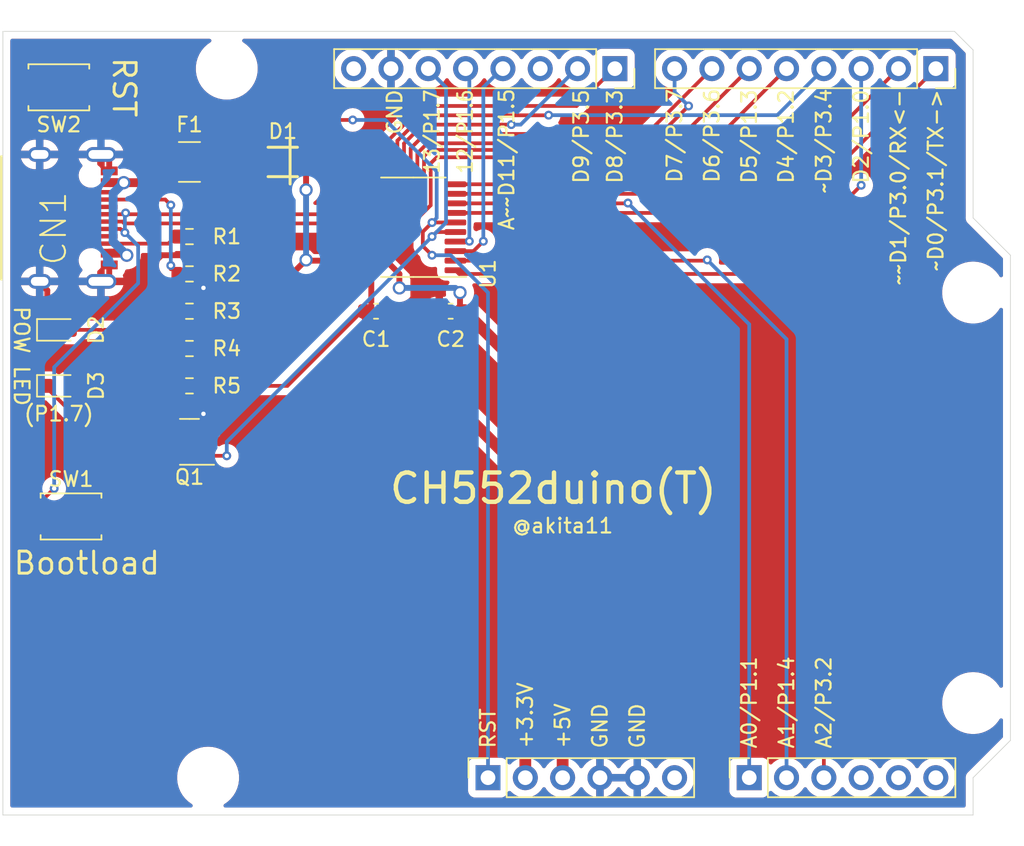
<source format=kicad_pcb>
(kicad_pcb (version 20211014) (generator pcbnew)
  (layers (0 "F.Cu" signal) (31 "B.Cu" signal) (34 "B.Paste" user) (35 "F.Paste" user) (36 "B.SilkS" user "B.Silkscreen") (37 "F.SilkS" user "F.Silkscreen") (38 "B.Mask" user) (39 "F.Mask" user) (44 "Edge.Cuts" user))
  (net 0 "")
  (net 1 "+3V3")
  (net 2 "GND")
  (net 3 "+5V")
  (net 4 "Net-(CN1-PadA4)")
  (net 6 "Net-(CN1-PadA5)")
  (net 7 "/P3.7")
  (net 8 "/P3.6")
  (net 10 "Net-(CN1-PadB5)")
  (net 11 "Net-(D1-PadA)")
  (net 12 "Net-(D2-Pad2)")
  (net 13 "Net-(D3-Pad1)")
  (net 14 "Net-(D3-Pad2)")
  (net 15 "/RST")
  (net 17 "/P1.1")
  (net 18 "/P1.4")
  (net 19 "/P3.2")
  (net 23 "/P3.1")
  (net 24 "/P3.0")
  (net 25 "/P1.0")
  (net 26 "/P3.4")
  (net 27 "/P1.2")
  (net 28 "/P1.3")
  (net 29 "/P3.3")
  (net 30 "/P3.5")
  (net 32 "/P1.5")
  (net 33 "/P1.6")
  (net 34 "/P1.7")
  (net 36 "Net-(R5-Pad2)")
  (footprint "Button_Switch_SMD:SW_Push_SPST_NO_Alps_SKRK" (layer "F.Cu") (at 3.81 3.81 180)
    (fp_text reference "SW2" (at 0 -2.54) (layer "F.SilkS"))
    (fp_text value "SW_Push")
    (fp_line (start 2.07 1.27) (end 2.07 1.57) (layer "F.SilkS") (width 0.12))
    (fp_line (start 2.07 -1.57) (end 2.07 -1.27) (layer "F.SilkS") (width 0.12))
    (fp_line (start -2.07 -1.57) (end 2.07 -1.57) (layer "F.SilkS") (width 0.12))
    (fp_line (start -2.07 1.57) (end -2.07 1.27) (layer "F.SilkS") (width 0.12))
    (fp_line (start -2.07 -1.27) (end -2.07 -1.57) (layer "F.SilkS") (width 0.12))
    (fp_line (start 2.07 1.57) (end -2.07 1.57) (layer "F.SilkS") (width 0.12))
    (pad "1" smd roundrect locked (at -2.1 0 180) (size 0.8 2) (layers "F.Cu" "F.Paste" "F.Mask") (net 15 "/RST"))
    (pad "2" smd roundrect locked (at 2.1 0 180) (size 0.8 2) (layers "F.Cu" "F.Paste" "F.Mask") (net 3 "+5V"))
  )
  (footprint "Capacitor_SMD:C_0603_1608Metric" (layer "F.Cu") (at 30.48 19.05 180)
    (fp_text reference "C2" (at 0 -1.905) (layer "F.SilkS"))
    (fp_text value "0.1u")
    (fp_line (start -0.14058 -0.51) (end 0.14058 -0.51) (layer "F.SilkS") (width 0.12))
    (fp_line (start -0.14058 0.51) (end 0.14058 0.51) (layer "F.SilkS") (width 0.12))
    (pad "1" smd roundrect locked (at -0.775 0 180) (size 0.9 0.95) (layers "F.Cu" "F.Paste" "F.Mask") (net 3 "+5V"))
    (pad "2" smd roundrect locked (at 0.775 0 180) (size 0.9 0.95) (layers "F.Cu" "F.Paste" "F.Mask") (net 2 "GND"))
  )
  (footprint "Connector_PinSocket_2.54mm:PinSocket_1x08_P2.54mm_Vertical" (layer "F.Cu") (at 41.656 2.54 -90)
    (fp_text reference "J4" hide)
    (fp_text value "Conn_01x08")
    (fp_line (start 0 -1.33) (end 1.33 -1.33) (layer "F.SilkS") (width 0.12))
    (fp_line (start 1.33 1.27) (end 1.33 19.11) (layer "F.SilkS") (width 0.12))
    (fp_line (start -1.33 1.27) (end 1.33 1.27) (layer "F.SilkS") (width 0.12))
    (fp_line (start -1.33 19.11) (end 1.33 19.11) (layer "F.SilkS") (width 0.12))
    (fp_line (start -1.33 1.27) (end -1.33 19.11) (layer "F.SilkS") (width 0.12))
    (fp_line (start 1.33 -1.33) (end 1.33 0) (layer "F.SilkS") (width 0.12))
    (pad "1" thru_hole rect locked (at 0 0 270) (size 1.7 1.7) (drill 1) (layers *.Cu *.Mask) (net 29 "/P3.3"))
    (pad "2" thru_hole oval locked (at 0 2.54 270) (size 1.7 1.7) (drill 1) (layers *.Cu *.Mask) (net 30 "/P3.5"))
    (pad "3" thru_hole oval locked (at 0 5.08 270) (size 1.7 1.7) (drill 1) (layers *.Cu *.Mask))
    (pad "4" thru_hole oval locked (at 0 7.62 270) (size 1.7 1.7) (drill 1) (layers *.Cu *.Mask) (net 32 "/P1.5"))
    (pad "5" thru_hole oval locked (at 0 10.16 270) (size 1.7 1.7) (drill 1) (layers *.Cu *.Mask) (net 33 "/P1.6"))
    (pad "6" thru_hole oval locked (at 0 12.7 270) (size 1.7 1.7) (drill 1) (layers *.Cu *.Mask) (net 34 "/P1.7"))
    (pad "7" thru_hole oval locked (at 0 15.24 270) (size 1.7 1.7) (drill 1) (layers *.Cu *.Mask) (net 2 "GND"))
    (pad "8" thru_hole oval locked (at 0 17.78 270) (size 1.7 1.7) (drill 1) (layers *.Cu *.Mask))
  )
  (footprint "MountingHole:MountingHole_3.2mm_M3" (layer "F.Cu") (at 13.97 50.8)
    (fp_text reference "REF**" hide)
    (fp_text value "MountingHole_3.2mm_M3" hide)
    (pad "" np_thru_hole circle locked (at 0 0) (size 3.2 3.2) (drill 3.2) (layers *.Cu *.Mask))
  )
  (footprint "Connector_PinSocket_2.54mm:PinSocket_1x08_P2.54mm_Vertical" (layer "F.Cu") (at 63.5 2.54 -90)
    (fp_text reference "J3" hide)
    (fp_text value "Conn_01x08")
    (fp_line (start 0 -1.33) (end 1.33 -1.33) (layer "F.SilkS") (width 0.12))
    (fp_line (start -1.33 19.11) (end 1.33 19.11) (layer "F.SilkS") (width 0.12))
    (fp_line (start -1.33 1.27) (end -1.33 19.11) (layer "F.SilkS") (width 0.12))
    (fp_line (start -1.33 1.27) (end 1.33 1.27) (layer "F.SilkS") (width 0.12))
    (fp_line (start 1.33 1.27) (end 1.33 19.11) (layer "F.SilkS") (width 0.12))
    (fp_line (start 1.33 -1.33) (end 1.33 0) (layer "F.SilkS") (width 0.12))
    (pad "1" thru_hole rect locked (at 0 0 270) (size 1.7 1.7) (drill 1) (layers *.Cu *.Mask) (net 23 "/P3.1"))
    (pad "2" thru_hole oval locked (at 0 2.54 270) (size 1.7 1.7) (drill 1) (layers *.Cu *.Mask) (net 24 "/P3.0"))
    (pad "3" thru_hole oval locked (at 0 5.08 270) (size 1.7 1.7) (drill 1) (layers *.Cu *.Mask) (net 25 "/P1.0"))
    (pad "4" thru_hole oval locked (at 0 7.62 270) (size 1.7 1.7) (drill 1) (layers *.Cu *.Mask) (net 26 "/P3.4"))
    (pad "5" thru_hole oval locked (at 0 10.16 270) (size 1.7 1.7) (drill 1) (layers *.Cu *.Mask) (net 27 "/P1.2"))
    (pad "6" thru_hole oval locked (at 0 12.7 270) (size 1.7 1.7) (drill 1) (layers *.Cu *.Mask) (net 28 "/P1.3"))
    (pad "7" thru_hole oval locked (at 0 15.24 270) (size 1.7 1.7) (drill 1) (layers *.Cu *.Mask) (net 8 "/P3.6"))
    (pad "8" thru_hole oval locked (at 0 17.78 270) (size 1.7 1.7) (drill 1) (layers *.Cu *.Mask) (net 7 "/P3.7"))
  )
  (footprint "Capacitor_SMD:C_0603_1608Metric" (layer "F.Cu") (at 25.4 19.05)
    (fp_text reference "C1" (at 0 1.905) (layer "F.SilkS"))
    (fp_text value "0.1u")
    (fp_line (start -0.14058 -0.51) (end 0.14058 -0.51) (layer "F.SilkS") (width 0.12))
    (fp_line (start -0.14058 0.51) (end 0.14058 0.51) (layer "F.SilkS") (width 0.12))
    (pad "1" smd roundrect locked (at -0.775 0) (size 0.9 0.95) (layers "F.Cu" "F.Paste" "F.Mask") (net 1 "+3V3"))
    (pad "2" smd roundrect locked (at 0.775 0) (size 0.9 0.95) (layers "F.Cu" "F.Paste" "F.Mask") (net 2 "GND"))
  )
  (footprint "Package_TO_SOT_SMD:SOT-23" (layer "F.Cu") (at 12.7 27.94 180)
    (fp_text reference "Q1" (at 0 -2.4) (layer "F.SilkS"))
    (fp_text value "TR_NMOS_IRLML6344")
    (fp_line (start 0 1.56) (end 0.65 1.56) (layer "F.SilkS") (width 0.12))
    (fp_line (start 0 -1.56) (end -1.675 -1.56) (layer "F.SilkS") (width 0.12))
    (fp_line (start 0 -1.56) (end 0.65 -1.56) (layer "F.SilkS") (width 0.12))
    (fp_line (start 0 1.56) (end -0.65 1.56) (layer "F.SilkS") (width 0.12))
    (pad "1" smd roundrect locked (at -0.9375 -0.95 180) (size 1.475 0.6) (layers "F.Cu" "F.Paste" "F.Mask") (net 34 "/P1.7"))
    (pad "2" smd roundrect locked (at -0.9375 0.95 180) (size 1.475 0.6) (layers "F.Cu" "F.Paste" "F.Mask") (net 2 "GND"))
    (pad "3" smd roundrect locked (at 0.9375 0 180) (size 1.475 0.6) (layers "F.Cu" "F.Paste" "F.Mask") (net 13 "Net-(D3-Pad1)"))
  )
  (footprint "Resistor_SMD:R_1210_3225Metric" (layer "F.Cu") (at 12.7 8.89 180)
    (fp_text reference "F1" (at 0 2.54) (layer "F.SilkS"))
    (fp_text value "Polyfuse")
    (fp_line (start -0.723737 1.355) (end 0.723737 1.355) (layer "F.SilkS") (width 0.12))
    (fp_line (start -0.723737 -1.355) (end 0.723737 -1.355) (layer "F.SilkS") (width 0.12))
    (pad "1" smd roundrect locked (at -1.4625 0 180) (size 1.125 2.65) (layers "F.Cu" "F.Paste" "F.Mask") (roundrect_rratio 0.2222222222) (net 11 "Net-(D1-PadA)"))
    (pad "2" smd roundrect locked (at 1.4625 0 180) (size 1.125 2.65) (layers "F.Cu" "F.Paste" "F.Mask") (roundrect_rratio 0.2222222222) (net 4 "Net-(CN1-PadA4)"))
  )
  (footprint "Connector_PinSocket_2.54mm:PinSocket_1x06_P2.54mm_Vertical" (layer "F.Cu") (at 33.02 50.8 90)
    (fp_text reference "J1" hide)
    (fp_text value "Conn_01x06")
    (fp_line (start 1.33 -1.33) (end 1.33 0) (layer "F.SilkS") (width 0.12))
    (fp_line (start -1.33 14.03) (end 1.33 14.03) (layer "F.SilkS") (width 0.12))
    (fp_line (start -1.33 1.27) (end -1.33 14.03) (layer "F.SilkS") (width 0.12))
    (fp_line (start -1.33 1.27) (end 1.33 1.27) (layer "F.SilkS") (width 0.12))
    (fp_line (start 1.33 1.27) (end 1.33 14.03) (layer "F.SilkS") (width 0.12))
    (fp_line (start 0 -1.33) (end 1.33 -1.33) (layer "F.SilkS") (width 0.12))
    (pad "1" thru_hole rect locked (at 0 0 90) (size 1.7 1.7) (drill 1) (layers *.Cu *.Mask) (net 15 "/RST"))
    (pad "2" thru_hole oval locked (at 0 2.54 90) (size 1.7 1.7) (drill 1) (layers *.Cu *.Mask) (net 1 "+3V3"))
    (pad "3" thru_hole oval locked (at 0 5.08 90) (size 1.7 1.7) (drill 1) (layers *.Cu *.Mask) (net 3 "+5V"))
    (pad "4" thru_hole oval locked (at 0 7.62 90) (size 1.7 1.7) (drill 1) (layers *.Cu *.Mask) (net 2 "GND"))
    (pad "5" thru_hole oval locked (at 0 10.16 90) (size 1.7 1.7) (drill 1) (layers *.Cu *.Mask) (net 2 "GND"))
    (pad "6" thru_hole oval locked (at 0 12.7 90) (size 1.7 1.7) (drill 1) (layers *.Cu *.Mask))
  )
  (footprint "LED_SMD:LED_0603_1608Metric" (layer "F.Cu") (at 3.81 20.32)
    (fp_text reference "D2" (at 2.54 0 90) (layer "F.SilkS"))
    (fp_text value "LED")
    (fp_line (start 0.8 -0.735) (end -1.485 -0.735) (layer "F.SilkS") (width 0.12))
    (fp_line (start -1.485 -0.735) (end -1.485 0.735) (layer "F.SilkS") (width 0.12))
    (fp_line (start -1.485 0.735) (end 0.8 0.735) (layer "F.SilkS") (width 0.12))
    (pad "1" smd roundrect locked (at -0.7875 0) (size 0.875 0.95) (layers "F.Cu" "F.Paste" "F.Mask") (net 2 "GND"))
    (pad "2" smd roundrect locked (at 0.7875 0) (size 0.875 0.95) (layers "F.Cu" "F.Paste" "F.Mask") (net 12 "Net-(D2-Pad2)"))
  )
  (footprint "MountingHole:MountingHole_3.2mm_M3" (layer "F.Cu") (at 66.04 45.72)
    (fp_text reference "REF**" hide)
    (fp_text value "MountingHole_3.2mm_M3" hide)
    (pad "" np_thru_hole circle locked (at 0 0) (size 3.2 3.2) (drill 3.2) (layers *.Cu *.Mask))
  )
  (footprint "MountingHole:MountingHole_3.2mm_M3" (layer "F.Cu") (at 15.24 2.54)
    (fp_text reference "REF**" hide)
    (fp_text value "MountingHole_3.2mm_M3" hide)
    (pad "" np_thru_hole circle locked (at 0 0) (size 3.2 3.2) (drill 3.2) (layers *.Cu *.Mask))
  )
  (footprint "Resistor_SMD:R_0603_1608Metric" (layer "F.Cu") (at 12.7 21.59 180)
    (fp_text reference "R4" (at -2.54 0) (layer "F.SilkS"))
    (fp_text value "1k")
    (fp_line (start -0.237258 -0.5225) (end 0.237258 -0.5225) (layer "F.SilkS") (width 0.12))
    (fp_line (start -0.237258 0.5225) (end 0.237258 0.5225) (layer "F.SilkS") (width 0.12))
    (pad "1" smd roundrect locked (at -0.825 0 180) (size 0.8 0.95) (layers "F.Cu" "F.Paste" "F.Mask") (net 3 "+5V"))
    (pad "2" smd roundrect locked (at 0.825 0 180) (size 0.8 0.95) (layers "F.Cu" "F.Paste" "F.Mask") (net 14 "Net-(D3-Pad2)"))
  )
  (footprint "LED_SMD:LED_0603_1608Metric" (layer "F.Cu") (at 3.81 24.13)
    (fp_text reference "D3" (at 2.54 0 90) (layer "F.SilkS"))
    (fp_text value "LED")
    (fp_line (start 0.8 -0.735) (end -1.485 -0.735) (layer "F.SilkS") (width 0.12))
    (fp_line (start -1.485 -0.735) (end -1.485 0.735) (layer "F.SilkS") (width 0.12))
    (fp_line (start -1.485 0.735) (end 0.8 0.735) (layer "F.SilkS") (width 0.12))
    (pad "1" smd roundrect locked (at -0.7875 0) (size 0.875 0.95) (layers "F.Cu" "F.Paste" "F.Mask") (net 13 "Net-(D3-Pad1)"))
    (pad "2" smd roundrect locked (at 0.7875 0) (size 0.875 0.95) (layers "F.Cu" "F.Paste" "F.Mask") (net 14 "Net-(D3-Pad2)"))
  )
  (footprint "Resistor_SMD:R_0603_1608Metric" (layer "F.Cu") (at 12.7 24.13 180)
    (fp_text reference "R5" (at -2.54 0) (layer "F.SilkS"))
    (fp_text value "10k")
    (fp_line (start -0.237258 -0.5225) (end 0.237258 -0.5225) (layer "F.SilkS") (width 0.12))
    (fp_line (start -0.237258 0.5225) (end 0.237258 0.5225) (layer "F.SilkS") (width 0.12))
    (pad "1" smd roundrect locked (at -0.825 0 180) (size 0.8 0.95) (layers "F.Cu" "F.Paste" "F.Mask") (net 1 "+3V3"))
    (pad "2" smd roundrect locked (at 0.825 0 180) (size 0.8 0.95) (layers "F.Cu" "F.Paste" "F.Mask") (net 36 "Net-(R5-Pad2)"))
  )
  (footprint "Button_Switch_SMD:SW_Push_SPST_NO_Alps_SKRK" (layer "F.Cu") (at 4.64 33.02)
    (fp_text reference "SW1" (at 0 -2.54) (layer "F.SilkS"))
    (fp_text value "SW_Push")
    (fp_line (start -2.07 1.57) (end -2.07 1.27) (layer "F.SilkS") (width 0.12))
    (fp_line (start 2.07 1.27) (end 2.07 1.57) (layer "F.SilkS") (width 0.12))
    (fp_line (start -2.07 -1.57) (end 2.07 -1.57) (layer "F.SilkS") (width 0.12))
    (fp_line (start -2.07 -1.27) (end -2.07 -1.57) (layer "F.SilkS") (width 0.12))
    (fp_line (start 2.07 -1.57) (end 2.07 -1.27) (layer "F.SilkS") (width 0.12))
    (fp_line (start 2.07 1.57) (end -2.07 1.57) (layer "F.SilkS") (width 0.12))
    (pad "1" smd roundrect locked (at -2.1 0) (size 0.8 2) (layers "F.Cu" "F.Paste" "F.Mask") (net 8 "/P3.6"))
    (pad "2" smd roundrect locked (at 2.1 0) (size 0.8 2) (layers "F.Cu" "F.Paste" "F.Mask") (net 36 "Net-(R5-Pad2)"))
  )
  (footprint "Resistor_SMD:R_0603_1608Metric" (layer "F.Cu") (at 12.7 13.97)
    (fp_text reference "R1" (at 2.54 0) (layer "F.SilkS"))
    (fp_text value "5.1k")
    (fp_line (start -0.237258 -0.5225) (end 0.237258 -0.5225) (layer "F.SilkS") (width 0.12))
    (fp_line (start -0.237258 0.5225) (end 0.237258 0.5225) (layer "F.SilkS") (width 0.12))
    (pad "1" smd roundrect locked (at -0.825 0) (size 0.8 0.95) (layers "F.Cu" "F.Paste" "F.Mask") (net 10 "Net-(CN1-PadB5)"))
    (pad "2" smd roundrect locked (at 0.825 0) (size 0.8 0.95) (layers "F.Cu" "F.Paste" "F.Mask") (net 2 "GND"))
  )
  (footprint "Resistor_SMD:R_0603_1608Metric" (layer "F.Cu") (at 12.7 19.05)
    (fp_text reference "R3" (at 2.54 0) (layer "F.SilkS"))
    (fp_text value "1k")
    (fp_line (start -0.237258 -0.5225) (end 0.237258 -0.5225) (layer "F.SilkS") (width 0.12))
    (fp_line (start -0.237258 0.5225) (end 0.237258 0.5225) (layer "F.SilkS") (width 0.12))
    (pad "1" smd roundrect locked (at -0.825 0) (size 0.8 0.95) (layers "F.Cu" "F.Paste" "F.Mask") (net 12 "Net-(D2-Pad2)"))
    (pad "2" smd roundrect locked (at 0.825 0) (size 0.8 0.95) (layers "F.Cu" "F.Paste" "F.Mask") (net 3 "+5V"))
  )
  (footprint "akita:USB-C_16P_TH" (layer "F.Cu") (at 6.24 12.7 -90)
    (fp_text reference "CN1" (at -1.905 1.795 90) (layer "F.SilkS") (effects (font (size 1.6891 1.6891) (thickness 0.135128)) (justify right bottom)))
    (fp_text value "CON_USB-C-16" hide)
    (fp_line (start -4.17 6.335) (end 4.17 6.335) (layer "F.SilkS") (width 0.2))
    (pad "" np_thru_hole circle locked (at 2.89 0.25 270) (size 0.65 0.65) (drill 0.65) (layers *.Cu *.Mask))
    (pad "" np_thru_hole circle locked (at -2.89 0.25 270) (size 0.65 0.65) (drill 0.65) (layers *.Cu *.Mask))
    (pad "A1" smd rect locked (at -3.2 -1 270) (size 0.6 1.15) (layers "F.Cu" "F.Paste" "F.Mask") (net 2 "GND"))
    (pad "A4" smd rect locked (at -2.4 -1 270) (size 0.6 1.15) (layers "F.Cu" "F.Paste" "F.Mask") (net 4 "Net-(CN1-PadA4)"))
    (pad "A5" smd rect locked (at -1.25 -1 270) (size 0.3 1.15) (layers "F.Cu" "F.Paste" "F.Mask") (net 6 "Net-(CN1-PadA5)"))
    (pad "A6" smd rect locked (at -0.25 -1 270) (size 0.3 1.15) (layers "F.Cu" "F.Paste" "F.Mask") (net 8 "/P3.6"))
    (pad "A7" smd rect locked (at 0.25 -1 270) (size 0.3 1.15) (layers "F.Cu" "F.Paste" "F.Mask") (net 7 "/P3.7"))
    (pad "A8" smd rect locked (at 1.25 -1 270) (size 0.3 1.15) (layers "F.Cu" "F.Paste" "F.Mask"))
    (pad "A9" smd rect locked (at 2.4 -1 270) (size 0.6 1.15) (layers "F.Cu" "F.Paste" "F.Mask") (net 4 "Net-(CN1-PadA4)"))
    (pad "A12" smd rect locked (at 3.2 -1 270) (size 0.6 1.15) (layers "F.Cu" "F.Paste" "F.Mask") (net 2 "GND"))
    (pad "B5" smd rect locked (at 1.75 -1 270) (size 0.3 1.15) (layers "F.Cu" "F.Paste" "F.Mask") (net 10 "Net-(CN1-PadB5)"))
    (pad "B6" smd rect locked (at 0.75 -1 270) (size 0.3 1.15) (layers "F.Cu" "F.Paste" "F.Mask") (net 8 "/P3.6"))
    (pad "B7" smd rect locked (at -0.75 -1 270) (size 0.3 1.15) (layers "F.Cu" "F.Paste" "F.Mask") (net 7 "/P3.7"))
    (pad "B8" smd rect locked (at -1.75 -1 270) (size 0.3 1.15) (layers "F.Cu" "F.Paste" "F.Mask"))
    (pad "FG" thru_hole roundrect locked (at -4.32 -0.435 270) (size 1 2.1) (drill oval 0.6 1.7) (layers *.Cu *.Mask) (roundrect_rratio 0.5) (net 2 "GND"))
    (pad "FG" thru_hole roundrect locked (at 4.32 3.735 270) (size 1 1.6) (drill oval 0.6 1.2) (layers *.Cu *.Mask) (roundrect_rratio 0.5) (net 2 "GND"))
    (pad "FG" thru_hole roundrect locked (at 4.32 -0.435 270) (size 1 2.1) (drill oval 0.6 1.7) (layers *.Cu *.Mask) (roundrect_rratio 0.5) (net 2 "GND"))
    (pad "FG" thru_hole roundrect locked (at -4.32 3.735 270) (size 1 1.6) (drill oval 0.6 1.2) (layers *.Cu *.Mask) (roundrect_rratio 0.5) (net 2 "GND"))
  )
  (footprint "Resistor_SMD:R_0603_1608Metric" (layer "F.Cu") (at 12.7 16.51)
    (fp_text reference "R2" (at 2.54 0) (layer "F.SilkS"))
    (fp_text value "5.1k")
    (fp_line (start -0.237258 0.5225) (end 0.237258 0.5225) (layer "F.SilkS") (width 0.12))
    (fp_line (start -0.237258 -0.5225) (end 0.237258 -0.5225) (layer "F.SilkS") (width 0.12))
    (pad "1" smd roundrect locked (at -0.825 0) (size 0.8 0.95) (layers "F.Cu" "F.Paste" "F.Mask") (net 6 "Net-(CN1-PadA5)"))
    (pad "2" smd roundrect locked (at 0.825 0) (size 0.8 0.95) (layers "F.Cu" "F.Paste" "F.Mask") (net 2 "GND"))
  )
  (footprint "Package_SO:TSSOP-20_4.4x6.5mm_P0.65mm" (layer "F.Cu") (at 27.94 13.335 180)
    (fp_text reference "U1" (at -5.08 -3.175 90) (layer "F.SilkS"))
    (fp_text value "MCU_CH552T")
    (fp_line (start 0 3.385) (end -2.2 3.385) (layer "F.SilkS") (width 0.12))
    (fp_line (start 0 -3.385) (end -3.6 -3.385) (layer "F.SilkS") (width 0.12))
    (fp_line (start 0 -3.385) (end 2.2 -3.385) (layer "F.SilkS") (width 0.12))
    (fp_line (start 0 3.385) (end 2.2 3.385) (layer "F.SilkS") (width 0.12))
    (pad "1" smd roundrect locked (at -2.8625 -2.925 180) (size 1.475 0.4) (layers "F.Cu" "F.Paste" "F.Mask") (net 19 "/P3.2"))
    (pad "2" smd roundrect locked (at -2.8625 -2.275 180) (size 1.475 0.4) (layers "F.Cu" "F.Paste" "F.Mask") (net 18 "/P1.4"))
    (pad "3" smd roundrect locked (at -2.8625 -1.625 180) (size 1.475 0.4) (layers "F.Cu" "F.Paste" "F.Mask") (net 32 "/P1.5"))
    (pad "4" smd roundrect locked (at -2.8625 -0.975 180) (size 1.475 0.4) (layers "F.Cu" "F.Paste" "F.Mask") (net 33 "/P1.6"))
    (pad "5" smd roundrect locked (at -2.8625 -0.325 180) (size 1.475 0.4) (layers "F.Cu" "F.Paste" "F.Mask") (net 34 "/P1.7"))
    (pad "6" smd roundrect locked (at -2.8625 0.325 180) (size 1.475 0.4) (layers "F.Cu" "F.Paste" "F.Mask") (net 15 "/RST"))
    (pad "7" smd roundrect locked (at -2.8625 0.975 180) (size 1.475 0.4) (layers "F.Cu" "F.Paste" "F.Mask") (net 25 "/P1.0"))
    (pad "8" smd roundrect locked (at -2.8625 1.625 180) (size 1.475 0.4) (layers "F.Cu" "F.Paste" "F.Mask") (net 17 "/P1.1"))
    (pad "9" smd roundrect locked (at -2.8625 2.275 180) (size 1.475 0.4) (layers "F.Cu" "F.Paste" "F.Mask") (net 23 "/P3.1"))
    (pad "10" smd roundrect locked (at -2.8625 2.925 180) (size 1.475 0.4) (layers "F.Cu" "F.Paste" "F.Mask") (net 24 "/P3.0"))
    (pad "11" smd roundrect locked (at 2.8625 2.925 180) (size 1.475 0.4) (layers "F.Cu" "F.Paste" "F.Mask") (net 29 "/P3.3"))
    (pad "12" smd roundrect locked (at 2.8625 2.275 180) (size 1.475 0.4) (layers "F.Cu" "F.Paste" "F.Mask") (net 26 "/P3.4"))
    (pad "13" smd roundrect locked (at 2.8625 1.625 180) (size 1.475 0.4) (layers "F.Cu" "F.Paste" "F.Mask") (net 30 "/P3.5"))
    (pad "14" smd roundrect locked (at 2.8625 0.975 180) (size 1.475 0.4) (layers "F.Cu" "F.Paste" "F.Mask") (net 8 "/P3.6"))
    (pad "15" smd roundrect locked (at 2.8625 0.325 180) (size 1.475 0.4) (layers "F.Cu" "F.Paste" "F.Mask") (net 7 "/P3.7"))
    (pad "16" smd roundrect locked (at 2.8625 -0.325 180) (size 1.475 0.4) (layers "F.Cu" "F.Paste" "F.Mask") (net 28 "/P1.3"))
    (pad "17" smd roundrect locked (at 2.8625 -0.975 180) (size 1.475 0.4) (layers "F.Cu" "F.Paste" "F.Mask") (net 27 "/P1.2"))
    (pad "18" smd roundrect locked (at 2.8625 -1.625 180) (size 1.475 0.4) (layers "F.Cu" "F.Paste" "F.Mask") (net 2 "GND"))
    (pad "19" smd roundrect locked (at 2.8625 -2.275 180) (size 1.475 0.4) (layers "F.Cu" "F.Paste" "F.Mask") (net 3 "+5V"))
    (pad "20" smd roundrect locked (at 2.8625 -2.925 180) (size 1.475 0.4) (layers "F.Cu" "F.Paste" "F.Mask") (net 1 "+3V3"))
  )
  (footprint "MountingHole:MountingHole_3.2mm_M3" (layer "F.Cu") (at 66.04 17.78)
    (fp_text reference "REF**" hide)
    (fp_text value "MountingHole_3.2mm_M3" hide)
    (pad "" np_thru_hole circle locked (at 0 0) (size 3.2 3.2) (drill 3.2) (layers *.Cu *.Mask))
  )
  (footprint "akita:D_SOD123FL" (layer "F.Cu") (at 19.05 8.89)
    (fp_text reference "D1" (at 0 -1.5) (layer "F.SilkS") (effects (justify bottom)))
    (fp_text value "DIODE")
    (fp_line (start 1 1) (end 0.5 1) (layer "F.SilkS") (width 0.2))
    (fp_line (start 0.5 -1) (end 1 -1) (layer "F.SilkS") (width 0.2))
    (fp_line (start -1 -1) (end 0.5 -1) (layer "F.SilkS") (width 0.2))
    (fp_line (start 0.5 -1) (end 0.5 1) (layer "F.SilkS") (width 0.2))
    (fp_line (start 0.5 1) (end 0.5 1.5) (layer "F.SilkS") (width 0.2))
    (fp_line (start 0.5 -1.5) (end 0.5 -1) (layer "F.SilkS") (width 0.2))
    (fp_line (start 0.5 1) (end -1 1) (layer "F.SilkS") (width 0.2))
    (pad "A" smd rect locked (at -1.55 0) (size 1.15 1.25) (layers "F.Cu" "F.Paste" "F.Mask") (net 11 "Net-(D1-PadA)"))
    (pad "K" smd rect locked (at 1.55 0) (size 1.15 1.25) (layers "F.Cu" "F.Paste" "F.Mask") (net 3 "+5V"))
  )
  (footprint "Connector_PinSocket_2.54mm:PinSocket_1x06_P2.54mm_Vertical" (layer "F.Cu") (at 50.8 50.8 90)
    (fp_text reference "J2" hide)
    (fp_text value "Conn_01x06")
    (fp_line (start -1.33 14.03) (end 1.33 14.03) (layer "F.SilkS") (width 0.12))
    (fp_line (start 1.33 1.27) (end 1.33 14.03) (layer "F.SilkS") (width 0.12))
    (fp_line (start -1.33 1.27) (end -1.33 14.03) (layer "F.SilkS") (width 0.12))
    (fp_line (start 1.33 -1.33) (end 1.33 0) (layer "F.SilkS") (width 0.12))
    (fp_line (start -1.33 1.27) (end 1.33 1.27) (layer "F.SilkS") (width 0.12))
    (fp_line (start 0 -1.33) (end 1.33 -1.33) (layer "F.SilkS") (width 0.12))
    (pad "1" thru_hole rect locked (at 0 0 90) (size 1.7 1.7) (drill 1) (layers *.Cu *.Mask) (net 17 "/P1.1"))
    (pad "2" thru_hole oval locked (at 0 2.54 90) (size 1.7 1.7) (drill 1) (layers *.Cu *.Mask) (net 18 "/P1.4"))
    (pad "3" thru_hole oval locked (at 0 5.08 90) (size 1.7 1.7) (drill 1) (layers *.Cu *.Mask) (net 19 "/P3.2"))
    (pad "4" thru_hole oval locked (at 0 7.62 90) (size 1.7 1.7) (drill 1) (layers *.Cu *.Mask))
    (pad "5" thru_hole oval locked (at 0 10.16 90) (size 1.7 1.7) (drill 1) (layers *.Cu *.Mask))
    (pad "6" thru_hole oval locked (at 0 12.7 90) (size 1.7 1.7) (drill 1) (layers *.Cu *.Mask))
  )
  (gr_line (start 66.04 12.7) (end 68.58 15.24) (layer "Edge.Cuts") (width 0.05))
  (gr_line (start 68.58 48.26) (end 66.04 50.8) (layer "Edge.Cuts") (width 0.05))
  (gr_line (start 66.04 50.8) (end 66.04 53.34) (layer "Edge.Cuts") (width 0.05))
  (gr_line (start 64.77 0) (end 66.04 1.27) (layer "Edge.Cuts") (width 0.05))
  (gr_line (start 0 0) (end 64.77 0) (layer "Edge.Cuts") (width 0.05))
  (gr_line (start 0 53.34) (end 0 0) (layer "Edge.Cuts") (width 0.05))
  (gr_line (start 66.04 1.27) (end 66.04 12.7) (layer "Edge.Cuts") (width 0.05))
  (gr_line (start 68.58 15.24) (end 68.58 48.26) (layer "Edge.Cuts") (width 0.05))
  (gr_line (start 66.04 53.34) (end 0 53.34) (layer "Edge.Cuts") (width 0.05))
  (gr_text "RST" (at 33.02 48.895 90) (layer "F.SilkS") (effects (font (size 1 1)) (justify left)))
  (gr_text "+3.3V" (at 35.56 48.895 90) (layer "F.SilkS") (effects (font (size 1 1)) (justify left)))
  (gr_text "13/P1.7" (at 29.21 3.87 90) (layer "F.SilkS") (effects (font (size 1 0.9)) (justify right)))
  (gr_text "A2/P3.2\n" (at 55.88 48.895 90) (layer "F.SilkS") (effects (font (size 1 1)) (justify left)))
  (gr_text "12/P1.6" (at 31.466 3.87 90) (layer "F.SilkS") (effects (font (size 1 0.9)) (justify right)))
  (gr_text "Bootload" (at 5.715 36.195) (layer "F.SilkS") (effects (font (size 1.5 1.5) (thickness 0.2))))
  (gr_text "GND" (at 43.18 48.895 90) (layer "F.SilkS") (effects (font (size 1 1)) (justify left)))
  (gr_text "D6/P3.6" (at 48.26 3.81 90) (layer "F.SilkS") (effects (font (size 1 1)) (justify right)))
  (gr_text "CH552duino(T)" (at 37.465 31.115) (layer "F.SilkS") (effects (font (size 2 2) (thickness 0.3))))
  (gr_text "(P1.7)" (at 3.81 26.035) (layer "F.SilkS") (effects (font (size 1 1))))
  (gr_text "A~~D11/P1.5" (at 34.29 3.81 90) (layer "F.SilkS") (effects (font (size 1 1)) (justify right)))
  (gr_text "D2/P1.0" (at 58.42 3.87 90) (layer "F.SilkS") (effects (font (size 1 1)) (justify right)))
  (gr_text "LED" (at 1.27 24.13 270) (layer "F.SilkS") (effects (font (size 1 1))))
  (gr_text "~D0/P3.1/TX->" (at 63.5 3.87 90) (layer "F.SilkS") (effects (font (size 1 1)) (justify right)))
  (gr_text "A1/P1.4" (at 53.34 48.895 90) (layer "F.SilkS") (effects (font (size 1 1)) (justify left)))
  (gr_text "D7/P3.7" (at 45.72 3.81 90) (layer "F.SilkS") (effects (font (size 1 1)) (justify right)))
  (gr_text "D9/P3.5" (at 39.37 3.87 90) (layer "F.SilkS") (effects (font (size 1 1)) (justify right)))
  (gr_text "GND" (at 40.64 48.895 90) (layer "F.SilkS") (effects (font (size 1 1)) (justify left)))
  (gr_text "@akita11\n" (at 38.1 33.655) (layer "F.SilkS") (effects (font (size 1 1))))
  (gr_text "A0/P1.1" (at 50.8 48.895 90) (layer "F.SilkS") (effects (font (size 1 1)) (justify left)))
  (gr_text "POW" (at 1.27 20.32 270) (layer "F.SilkS") (effects (font (size 1 1))))
  (gr_text "D4/P1.2" (at 53.31 3.87 90) (layer "F.SilkS") (effects (font (size 1 1)) (justify right)))
  (gr_text "D5/P1.3" (at 50.8 3.87 90) (layer "F.SilkS") (effects (font (size 1 1)) (justify right)))
  (gr_text "RST" (at 8.255 3.81 270) (layer "F.SilkS") (effects (font (size 1.5 1.5) (thickness 0.2))))
  (gr_text "D8/P3.3" (at 41.656 3.87 90) (layer "F.SilkS") (effects (font (size 1 1)) (justify right)))
  (gr_text "GND" (at 26.67 3.87 90) (layer "F.SilkS") (effects (font (size 1 1)) (justify right)))
  (gr_text "~~D1/P3.0/RX<-" (at 60.96 3.87 90) (layer "F.SilkS") (effects (font (size 1 1)) (justify right)))
  (gr_text "~D3/P3.4" (at 55.88 3.81 90) (layer "F.SilkS") (effects (font (size 1 1)) (justify right)))
  (gr_text "+5V" (at 38.1 48.895 90) (layer "F.SilkS") (effects (font (size 1 1)) (justify left)))
  (segment (start 25.0775 16.26) (end 25.0775 18.7375) (width 0.4) (layer "F.Cu") (net 1))
  (segment (start 19.3675 24.13) (end 24.4475 19.05) (width 0.254) (layer "F.Cu") (net 1))
  (segment (start 35.56 50.8) (end 35.56 30.1625) (width 0.8) (layer "F.Cu") (net 1))
  (segment (start 13.525 24.13) (end 19.3675 24.13) (width 0.254) (layer "F.Cu") (net 1))
  (segment (start 35.56 30.1625) (end 24.765 19.3675) (width 0.8) (layer "F.Cu") (net 1))
  (segment (start 25.0775 18.7375) (end 24.765 19.05) (width 0.4) (layer "F.Cu") (net 1))
  (segment (start 27.94 19.05) (end 26.3525 19.05) (width 0.4) (layer "F.Cu") (net 2))
  (segment (start 2.505 8.38) (end 2.505 16.8625) (width 0.254) (layer "F.Cu") (net 2))
  (segment (start 21.241391 14.96) (end 25.0775 14.96) (width 0.4) (layer "F.Cu") (net 2))
  (segment (start 10.795 15.24) (end 13.6525 15.24) (width 0.4) (layer "F.Cu") (net 2))
  (segment (start 3.0225 17.6275) (end 2.54 17.145) (width 0.4) (layer "F.Cu") (net 2))
  (segment (start 6.675 8.38) (end 2.665 8.38) (width 0.4) (layer "F.Cu") (net 2))
  (segment (start 13.525 15.1125) (end 13.6525 15.24) (width 0.4) (layer "F.Cu") (net 2))
  (segment (start 25.0775 14.96) (end 26.39 14.96) (width 0.4) (layer "F.Cu") (net 2))
  (segment (start 13.6375 26.05) (end 13.6525 26.035) (width 0.4) (layer "F.Cu") (net 2))
  (segment (start 13.6375 26.99) (end 13.6375 26.05) (width 0.4) (layer "F.Cu") (net 2))
  (segment (start 2.505 17.02) (end 6.5425 17.02) (width 0.4) (layer "F.Cu") (net 2))
  (segment (start 7.24 15.9) (end 7.24 16.765) (width 0.4) (layer "F.Cu") (net 2))
  (segment (start 27.94 19.05) (end 29.5275 19.05) (width 0.4) (layer "F.Cu") (net 2))
  (segment (start 3.0225 20.32) (end 3.0225 17.6275) (width 0.4) (layer "F.Cu") (net 2))
  (segment (start 27.94 16.51) (end 27.94 19.05) (width 0.4) (layer "F.Cu") (net 2))
  (segment (start 26.39 14.96) (end 27.94 16.51) (width 0.4) (layer "F.Cu") (net 2))
  (segment (start 13.525 16.51) (end 13.525 15.3675) (width 0.4) (layer "F.Cu") (net 2))
  (segment (start 13.525 13.97) (end 13.525 15.1125) (width 0.4) (layer "F.Cu") (net 2))
  (segment (start 14.2875 15.24) (end 14.819511 14.707989) (width 0.4) (layer "F.Cu") (net 2))
  (segment (start 6.675 17.02) (end 9.015 17.02) (width 0.4) (layer "F.Cu") (net 2))
  (segment (start 13.6525 15.24) (end 14.2875 15.24) (width 0.4) (layer "F.Cu") (net 2))
  (segment (start 7.24 8.635) (end 7.3025 8.5725) (width 0.4) (layer "F.Cu") (net 2))
  (segment (start 7.24 9.5) (end 7.24 8.635) (width 0.4) (layer "F.Cu") (net 2))
  (segment (start 9.015 17.02) (end 10.795 15.24) (width 0.4) (layer "F.Cu") (net 2))
  (segment (start 7.24 16.765) (end 7.3025 16.8275) (width 0.4) (layer "F.Cu") (net 2))
  (segment (start 13.525 15.3675) (end 13.6525 15.24) (width 0.4) (layer "F.Cu") (net 2))
  (segment (start 14.819511 14.707989) (end 20.98938 14.707989) (width 0.4) (layer "F.Cu") (net 2))
  (segment (start 13.6525 17.4625) (end 13.6525 16.51) (width 0.4) (layer "F.Cu") (net 2))
  (segment (start 20.98938 14.707989) (end 21.241391 14.96) (width 0.4) (layer "F.Cu") (net 2))
  (via (at 13.6525 17.4625) (size 0.6) (drill 0.3) (layers "F.Cu" "B.Cu") (net 2))
  (via (at 13.6525 26.035) (size 0.6) (drill 0.3) (layers "F.Cu" "B.Cu") (net 2))
  (segment (start 13.6525 26.035) (end 13.6525 17.4625) (width 0.4) (layer "B.Cu") (net 2))
  (segment (start 31.115 17.78) (end 31.115 19.3675) (width 0.4) (layer "F.Cu") (net 3))
  (segment (start 20.6375 10.795) (end 20.6375 8.89) (width 0.4) (layer "F.Cu") (net 3))
  (segment (start 25.0775 15.61) (end 20.69 15.61) (width 0.4) (layer "F.Cu") (net 3))
  (segment (start 26.9875 16.51) (end 26.9875 17.4625) (width 0.4) (layer "F.Cu") (net 3))
  (segment (start 18.415 6.6675) (end 20.6375 8.89) (width 0.254) (layer "F.Cu") (net 3))
  (segment (start 13.525 21.59) (end 13.525 19.1775) (width 0.4) (layer "F.Cu") (net 3))
  (segment (start 25.0775 15.61) (end 26.0875 15.61) (width 0.4) (layer "F.Cu") (net 3))
  (segment (start 38.1 50.8) (end 38.1 25.7175) (width 0.8) (layer "F.Cu") (net 3))
  (segment (start 20.69 15.61) (end 20.6375 15.5575) (width 0.4) (layer "F.Cu") (net 3))
  (segment (start 38.1 25.7175) (end 31.4325 19.05) (width 0.8) (layer "F.Cu") (net 3))
  (segment (start 26.0875 15.61) (end 26.9875 16.51) (width 0.4) (layer "F.Cu") (net 3))
  (segment (start 13.525 19.1775) (end 13.6525 19.05) (width 0.4) (layer "F.Cu") (net 3))
  (segment (start 17.145 19.05) (end 20.6375 15.5575) (width 0.4) (layer "F.Cu") (net 3))
  (segment (start 13.525 19.05) (end 17.145 19.05) (width 0.4) (layer "F.Cu") (net 3))
  (segment (start 1.71 3.81) (end 4.5675 6.6675) (width 0.254) (layer "F.Cu") (net 3))
  (segment (start 4.5675 6.6675) (end 18.415 6.6675) (width 0.254) (layer "F.Cu") (net 3))
  (via (at 26.9875 17.4625) (size 0.9) (drill 0.6) (layers "F.Cu" "B.Cu") (net 3))
  (via (at 31.115 17.78) (size 0.9) (drill 0.6) (layers "F.Cu" "B.Cu") (net 3))
  (via (at 20.6375 15.5575) (size 0.9) (drill 0.6) (layers "F.Cu" "B.Cu") (net 3))
  (via (at 20.6375 10.795) (size 0.9) (drill 0.6) (layers "F.Cu" "B.Cu") (net 3))
  (segment (start 26.9875 17.4625) (end 30.7975 17.4625) (width 0.4) (layer "B.Cu") (net 3))
  (segment (start 30.7975 17.4625) (end 31.115 17.78) (width 0.4) (layer "B.Cu") (net 3))
  (segment (start 20.6375 15.5575) (end 20.6375 10.795) (width 0.4) (layer "B.Cu") (net 3))
  (segment (start 7.24 15.1) (end 8.291 15.1) (width 0.6) (layer "F.Cu") (net 4))
  (segment (start 10.655 10.3) (end 11.1125 9.8425) (width 0.6) (layer "F.Cu") (net 4))
  (segment (start 8.291 15.1) (end 8.431 15.24) (width 0.6) (layer "F.Cu") (net 4))
  (segment (start 7.24 10.3) (end 10.655 10.3) (width 0.6) (layer "F.Cu") (net 4))
  (via (at 8.431 15.24) (size 0.9) (drill 0.6) (layers "F.Cu" "B.Cu") (net 4))
  (via (at 8.229551 10.3) (size 0.9) (drill 0.6) (layers "F.Cu" "B.Cu") (net 4))
  (segment (start 7.504673 11.024877) (end 8.229551 10.3) (width 0.6) (layer "B.Cu") (net 4))
  (segment (start 7.504673 14.313673) (end 7.504673 11.024877) (width 0.6) (layer "B.Cu") (net 4))
  (segment (start 8.431 15.24) (end 7.504673 14.313673) (width 0.6) (layer "B.Cu") (net 4))
  (segment (start 7.24 11.45) (end 11.0545 11.45) (width 0.254) (layer "F.Cu") (net 6))
  (segment (start 11.0545 11.45) (end 11.43 11.8255) (width 0.254) (layer "F.Cu") (net 6))
  (segment (start 11.43 15.9395) (end 11.43 16.1925) (width 0.254) (layer "F.Cu") (net 6))
  (via (at 11.43 11.8255) (size 0.6) (drill 0.3) (layers "F.Cu" "B.Cu") (net 6))
  (via (at 11.43 15.9395) (size 0.6) (drill 0.3) (layers "F.Cu" "B.Cu") (net 6))
  (segment (start 11.43 11.8255) (end 11.43 15.9395) (width 0.254) (layer "B.Cu") (net 6))
  (segment (start 6.365978 12.95) (end 6.338489 12.922511) (width 0.25) (layer "F.Cu") (net 7))
  (segment (start 6.338489 12.922511) (end 6.338489 12.688489) (width 0.25) (layer "F.Cu") (net 7))
  (segment (start 28.8925 7.62) (end 44.1325 7.62) (width 0.254) (layer "F.Cu") (net 7))
  (segment (start 7.24 12.95) (end 6.365978 12.95) (width 0.25) (layer "F.Cu") (net 7))
  (segment (start 28.21204 10.859582) (end 28.21204 8.30046) (width 0.254) (layer "F.Cu") (net 7))
  (segment (start 7.24 11.95) (end 6.465 11.95) (width 0.254) (layer "F.Cu") (net 7))
  (segment (start 25.0255 13.0745) (end 25.0825 13.0175) (width 0.25) (layer "F.Cu") (net 7))
  (segment (start 25.0775 13.01) (end 26.061622 13.01) (width 0.254) (layer "F.Cu") (net 7))
  (segment (start 8.136203 12.95) (end 8.260703 13.0745) (width 0.25) (layer "F.Cu") (net 7))
  (segment (start 8.260703 13.0745) (end 25.0255 13.0745) (width 0.25) (layer "F.Cu") (net 7))
  (segment (start 7.24 12.95) (end 8.136203 12.95) (width 0.25) (layer "F.Cu") (net 7))
  (segment (start 6.465 11.95) (end 6.338489 12.076511) (width 0.254) (layer "F.Cu") (net 7))
  (segment (start 28.21204 8.30046) (end 28.8925 7.62) (width 0.254) (layer "F.Cu") (net 7))
  (segment (start 6.338489 12.076511) (end 6.338489 12.688489) (width 0.254) (layer "F.Cu") (net 7))
  (segment (start 44.1325 7.62) (end 46.6725 5.08) (width 0.254) (layer "F.Cu") (net 7))
  (segment (start 26.061622 13.01) (end 28.21204 10.859582) (width 0.254) (layer "F.Cu") (net 7))
  (via (at 46.6725 5.08) (size 0.6) (drill 0.3) (layers "F.Cu" "B.Cu") (net 7))
  (segment (start 45.72 4.1275) (end 45.72 2.54) (width 0.254) (layer "B.Cu") (net 7))
  (segment (start 46.6725 5.08) (end 45.72 4.1275) (width 0.254) (layer "B.Cu") (net 7))
  (segment (start 26.070248 12.36) (end 27.75852 10.671728) (width 0.254) (layer "F.Cu") (net 8))
  (segment (start 25.0775 12.36) (end 26.070248 12.36) (width 0.254) (layer "F.Cu") (net 8))
  (segment (start 8.131204 13.52602) (end 8.304184 13.699) (width 0.254) (layer "F.Cu") (net 8))
  (segment (start 2.54 33.02) (end 2.54 32.0675) (width 0.254) (layer "F.Cu") (net 8))
  (segment (start 2.54 32.0675) (end 3.4925 31.115) (width 0.254) (layer "F.Cu") (net 8))
  (segment (start 27.75852 10.671728) (end 27.75852 7.96023) (width 0.254) (layer "F.Cu") (net 8))
  (segment (start 8.073677 13.52602) (end 8.131204 13.52602) (width 0.254) (layer "F.Cu") (net 8))
  (segment (start 7.24 12.45) (end 25.015 12.45) (width 0.25) (layer "F.Cu") (net 8))
  (segment (start 27.75852 7.96023) (end 28.73375 6.985) (width 0.254) (layer "F.Cu") (net 8))
  (segment (start 7.24 13.45) (end 7.997657 13.45) (width 0.254) (layer "F.Cu") (net 8))
  (segment (start 7.997657 13.45) (end 8.073677 13.52602) (width 0.254) (layer "F.Cu") (net 8))
  (segment (start 25.015 12.45) (end 25.0825 12.3825) (width 0.25) (layer "F.Cu") (net 8))
  (segment (start 28.73375 6.985) (end 43.815 6.985) (width 0.254) (layer "F.Cu") (net 8))
  (segment (start 43.815 6.985) (end 48.26 2.54) (width 0.254) (layer "F.Cu") (net 8))
  (via (at 3.4925 31.115) (size 0.6) (drill 0.3) (layers "F.Cu" "B.Cu") (net 8))
  (via (at 8.304184 13.699) (size 0.6) (drill 0.3) (layers "F.Cu" "B.Cu") (net 8))
  (via (at 8.354245 12.3648) (size 0.6) (drill 0.3) (layers "F.Cu" "B.Cu") (net 8))
  (segment (start 9.2075 14.602316) (end 8.304184 13.699) (width 0.254) (layer "B.Cu") (net 8))
  (segment (start 3.4925 31.115) (end 3.4925 22.86) (width 0.254) (layer "B.Cu") (net 8))
  (segment (start 3.4925 22.86) (end 9.2075 17.145) (width 0.254) (layer "B.Cu") (net 8))
  (segment (start 9.2075 17.145) (end 9.2075 14.602316) (width 0.254) (layer "B.Cu") (net 8))
  (segment (start 8.304184 13.699) (end 8.304184 12.414861) (width 0.254) (layer "B.Cu") (net 8))
  (segment (start 8.304184 12.414861) (end 8.354245 12.3648) (width 0.254) (layer "B.Cu") (net 8))
  (segment (start 11.2675 14.45) (end 11.7475 13.97) (width 0.254) (layer "F.Cu") (net 10))
  (segment (start 7.24 14.45) (end 11.2675 14.45) (width 0.254) (layer "F.Cu") (net 10))
  (segment (start 14.1625 8.89) (end 17.4625 8.89) (width 0.6) (layer "F.Cu") (net 11))
  (segment (start 4.5975 20.32) (end 10.795 20.32) (width 0.254) (layer "F.Cu") (net 12))
  (segment (start 11.7475 19.3675) (end 11.7475 19.05) (width 0.254) (layer "F.Cu") (net 12))
  (segment (start 10.795 20.32) (end 11.7475 19.3675) (width 0.254) (layer "F.Cu") (net 12))
  (segment (start 3.175 24.4475) (end 3.175 24.13) (width 0.254) (layer "F.Cu") (net 13))
  (segment (start 6.6675 27.94) (end 3.175 24.4475) (width 0.254) (layer "F.Cu") (net 13))
  (segment (start 11.7625 27.94) (end 6.6675 27.94) (width 0.254) (layer "F.Cu") (net 13))
  (segment (start 4.5975 24.13) (end 9.525 24.13) (width 0.254) (layer "F.Cu") (net 14))
  (segment (start 9.525 24.13) (end 11.7475 21.9075) (width 0.254) (layer "F.Cu") (net 14))
  (segment (start 11.7475 21.9075) (end 11.7475 21.59) (width 0.254) (layer "F.Cu") (net 14))
  (segment (start 23.8125 6.0325) (end 13.0175 6.0325) (width 0.254) (layer "F.Cu") (net 15))
  (segment (start 29.21 15.24) (end 28.583489 14.613489) (width 0.254) (layer "F.Cu") (net 15))
  (segment (start 29.2175 13.01) (end 30.8025 13.01) (width 0.254) (layer "F.Cu") (net 15))
  (segment (start 28.583489 14.613489) (end 28.583489 13.644011) (width 0.254) (layer "F.Cu") (net 15))
  (segment (start 10.795 3.81) (end 5.91 3.81) (width 0.254) (layer "F.Cu") (net 15))
  (segment (start 13.0175 6.0325) (end 10.795 3.81) (width 0.254) (layer "F.Cu") (net 15))
  (segment (start 29.21 13.0175) (end 29.2175 13.01) (width 0.254) (layer "F.Cu") (net 15))
  (segment (start 28.583489 13.644011) (end 29.21 13.0175) (width 0.254) (layer "F.Cu") (net 15))
  (via (at 29.21 13.0175) (size 0.6) (drill 0.3) (layers "F.Cu" "B.Cu") (net 15))
  (via (at 29.21 15.24) (size 0.6) (drill 0.3) (layers "F.Cu" "B.Cu") (net 15))
  (via (at 23.8125 6.0325) (size 0.6) (drill 0.3) (layers "F.Cu" "B.Cu") (net 15))
  (segment (start 30.48 15.24) (end 29.21 15.24) (width 0.254) (layer "B.Cu") (net 15))
  (segment (start 26.035 6.0325) (end 23.8125 6.0325) (width 0.254) (layer "B.Cu") (net 15))
  (segment (start 33.02 17.78) (end 30.48 15.24) (width 0.254) (layer "B.Cu") (net 15))
  (segment (start 29.21 13.0175) (end 29.5275 12.7) (width 0.254) (layer "B.Cu") (net 15))
  (segment (start 33.02 50.8) (end 33.02 17.78) (width 0.254) (layer "B.Cu") (net 15))
  (segment (start 29.5275 12.7) (end 29.5275 9.525) (width 0.254) (layer "B.Cu") (net 15))
  (segment (start 29.5275 9.525) (end 26.035 6.0325) (width 0.254) (layer "B.Cu") (net 15))
  (segment (start 30.8025 11.71) (end 42.5215 11.71) (width 0.254) (layer "F.Cu") (net 17))
  (segment (start 42.5215 11.71) (end 42.545 11.6865) (width 0.254) (layer "F.Cu") (net 17))
  (via (at 42.545 11.6865) (size 0.6) (drill 0.3) (layers "F.Cu" "B.Cu") (net 17))
  (segment (start 50.8 19.9415) (end 50.8 50.8) (width 0.254) (layer "B.Cu") (net 17))
  (segment (start 42.545 11.6865) (end 50.8 19.9415) (width 0.254) (layer "B.Cu") (net 17))
  (segment (start 47.89 15.61) (end 47.9425 15.5575) (width 0.254) (layer "F.Cu") (net 18))
  (segment (start 30.8025 15.61) (end 47.89 15.61) (width 0.254) (layer "F.Cu") (net 18))
  (via (at 47.9425 15.5575) (size 0.6) (drill 0.3) (layers "F.Cu" "B.Cu") (net 18))
  (segment (start 47.9425 15.5575) (end 53.34 20.955) (width 0.254) (layer "B.Cu") (net 18))
  (segment (start 53.34 20.955) (end 53.34 50.8) (width 0.254) (layer "B.Cu") (net 18))
  (segment (start 31.0575 16.515) (end 51.54352 16.515) (width 0.254) (layer "F.Cu") (net 19))
  (segment (start 55.88 20.85148) (end 55.88 50.8) (width 0.254) (layer "F.Cu") (net 19))
  (segment (start 30.8025 16.26) (end 31.0575 16.515) (width 0.254) (layer "F.Cu") (net 19))
  (segment (start 51.54352 16.515) (end 55.88 20.85148) (width 0.254) (layer "F.Cu") (net 19))
  (segment (start 30.8025 11.06) (end 54.98 11.06) (width 0.254) (layer "F.Cu") (net 23))
  (segment (start 54.98 11.06) (end 63.5 2.54) (width 0.254) (layer "F.Cu") (net 23))
  (segment (start 53.09 10.41) (end 60.96 2.54) (width 0.254) (layer "F.Cu") (net 24))
  (segment (start 30.8025 10.41) (end 53.09 10.41) (width 0.254) (layer "F.Cu") (net 24))
  (segment (start 30.8025 12.36) (end 56.5375 12.36) (width 0.254) (layer "F.Cu") (net 25))
  (segment (start 56.5375 12.36) (end 58.42 10.4775) (width 0.254) (layer "F.Cu") (net 25))
  (via (at 58.42 10.4775) (size 0.6) (drill 0.3) (layers "F.Cu" "B.Cu") (net 25))
  (segment (start 58.42 10.4775) (end 58.42 2.54) (width 0.254) (layer "B.Cu") (net 25))
  (segment (start 25.0775 11.06) (end 26.0875 11.06) (width 0.254) (layer "F.Cu") (net 26))
  (segment (start 26.85148 7.444894) (end 28.581374 5.715) (width 0.254) (layer "F.Cu") (net 26))
  (segment (start 28.581374 5.715) (end 37.139 5.715) (width 0.254) (layer "F.Cu") (net 26))
  (segment (start 26.0875 11.06) (end 26.85148 10.29602) (width 0.254) (layer "F.Cu") (net 26))
  (segment (start 26.85148 10.29602) (end 26.85148 7.444894) (width 0.254) (layer "F.Cu") (net 26))
  (segment (start 37.139 5.715) (end 37.1475 5.7065) (width 0.254) (layer "F.Cu") (net 26))
  (via (at 37.1475 5.7065) (size 0.6) (drill 0.3) (layers "F.Cu" "B.Cu") (net 26))
  (segment (start 37.1475 5.7065) (end 52.7135 5.7065) (width 0.254) (layer "B.Cu") (net 26))
  (segment (start 52.7135 5.7065) (end 55.88 2.54) (width 0.254) (layer "B.Cu") (net 26))
  (segment (start 26.6475 14.31) (end 29.11908 11.83842) (width 0.254) (layer "F.Cu") (net 27))
  (segment (start 29.11908 8.987294) (end 29.533874 8.5725) (width 0.254) (layer "F.Cu") (net 27))
  (segment (start 47.3075 8.5725) (end 53.34 2.54) (width 0.254) (layer "F.Cu") (net 27))
  (segment (start 29.11908 11.83842) (end 29.11908 8.987294) (width 0.254) (layer "F.Cu") (net 27))
  (segment (start 29.533874 8.5725) (end 47.3075 8.5725) (width 0.254) (layer "F.Cu") (net 27))
  (segment (start 25.0775 14.31) (end 26.6475 14.31) (width 0.254) (layer "F.Cu") (net 27))
  (segment (start 26.18625 13.66) (end 28.66556 11.18069) (width 0.254) (layer "F.Cu") (net 28))
  (segment (start 29.080354 8.07352) (end 45.26648 8.07352) (width 0.254) (layer "F.Cu") (net 28))
  (segment (start 28.66556 8.488314) (end 29.080354 8.07352) (width 0.254) (layer "F.Cu") (net 28))
  (segment (start 25.0775 13.66) (end 26.18625 13.66) (width 0.254) (layer "F.Cu") (net 28))
  (segment (start 45.26648 8.07352) (end 50.8 2.54) (width 0.254) (layer "F.Cu") (net 28))
  (segment (start 28.66556 11.18069) (end 28.66556 8.488314) (width 0.254) (layer "F.Cu") (net 28))
  (segment (start 25.0775 8.5775) (end 28.575 5.08) (width 0.254) (layer "F.Cu") (net 29))
  (segment (start 39.0525 5.08) (end 41.5925 2.54) (width 0.254) (layer "F.Cu") (net 29))
  (segment (start 28.575 5.08) (end 39.0525 5.08) (width 0.254) (layer "F.Cu") (net 29))
  (segment (start 25.0775 10.41) (end 25.0775 8.5775) (width 0.254) (layer "F.Cu") (net 29))
  (segment (start 26.078874 11.71) (end 27.305 10.483874) (width 0.254) (layer "F.Cu") (net 30))
  (segment (start 25.0775 11.71) (end 26.078874 11.71) (width 0.254) (layer "F.Cu") (net 30))
  (segment (start 27.305 7.632748) (end 28.587748 6.35) (width 0.254) (layer "F.Cu") (net 30))
  (segment (start 28.587748 6.35) (end 33.9725 6.35) (width 0.254) (layer "F.Cu") (net 30))
  (segment (start 33.9725 6.35) (end 34.6075 6.35) (width 0.254) (layer "F.Cu") (net 30))
  (segment (start 27.305 10.483874) (end 27.305 7.632748) (width 0.254) (layer "F.Cu") (net 30))
  (via (at 34.6075 6.35) (size 0.6) (drill 0.3) (layers "F.Cu" "B.Cu") (net 30))
  (segment (start 35.2425 6.35) (end 39.0525 2.54) (width 0.254) (layer "B.Cu") (net 30))
  (segment (start 34.6075 6.35) (end 35.2425 6.35) (width 0.254) (layer "B.Cu") (net 30))
  (segment (start 30.8025 14.96) (end 32.03 14.96) (width 0.254) (layer "F.Cu") (net 32))
  (segment (start 32.03 14.96) (end 32.7025 14.2875) (width 0.254) (layer "F.Cu") (net 32))
  (via (at 32.7025 14.2875) (size 0.6) (drill 0.3) (layers "F.Cu" "B.Cu") (net 32))
  (segment (start 32.7025 3.81) (end 33.9725 2.54) (width 0.254) (layer "B.Cu") (net 32))
  (segment (start 32.7025 14.2875) (end 32.7025 3.81) (width 0.254) (layer "B.Cu") (net 32))
  (segment (start 30.8025 14.31) (end 31.7275 14.31) (width 0.254) (layer "F.Cu") (net 33))
  (segment (start 31.7275 14.31) (end 31.75 14.2875) (width 0.254) (layer "F.Cu") (net 33))
  (via (at 31.75 14.2875) (size 0.6) (drill 0.3) (layers "F.Cu" "B.Cu") (net 33))
  (segment (start 31.75 14.2875) (end 31.75 2.8575) (width 0.254) (layer "B.Cu") (net 33))
  (segment (start 31.75 2.8575) (end 31.4325 2.54) (width 0.254) (layer "B.Cu") (net 33))
  (segment (start 29.52 13.66) (end 29.21 13.97) (width 0.254) (layer "F.Cu") (net 34))
  (segment (start 30.8025 13.66) (end 29.52 13.66) (width 0.254) (layer "F.Cu") (net 34))
  (segment (start 13.6375 28.89) (end 15.2375 28.89) (width 0.254) (layer "F.Cu") (net 34))
  (segment (start 15.2375 28.89) (end 15.24 28.8925) (width 0.254) (layer "F.Cu") (net 34))
  (via (at 15.24 28.8925) (size 0.6) (drill 0.3) (layers "F.Cu" "B.Cu") (net 34))
  (via (at 29.21 13.97) (size 0.6) (drill 0.3) (layers "F.Cu" "B.Cu") (net 34))
  (segment (start 29.21 13.97) (end 30.1625 13.0175) (width 0.254) (layer "B.Cu") (net 34))
  (segment (start 29.21 13.97) (end 15.24 27.94) (width 0.254) (layer "B.Cu") (net 34))
  (segment (start 30.1625 3.81) (end 28.8925 2.54) (width 0.254) (layer "B.Cu") (net 34))
  (segment (start 30.1625 13.0175) (end 30.1625 3.81) (width 0.254) (layer "B.Cu") (net 34))
  (segment (start 15.24 27.94) (end 15.24 28.8925) (width 0.254) (layer "B.Cu") (net 34))
  (segment (start 11.875 24.13) (end 11.875 26.641099) (width 0.254) (layer "F.Cu") (net 36))
  (segment (start 12.82652 28.287381) (end 8.093901 33.02) (width 0.254) (layer "F.Cu") (net 36))
  (segment (start 11.875 26.641099) (end 12.82652 27.592619) (width 0.254) (layer "F.Cu") (net 36))
  (segment (start 8.093901 33.02) (end 6.985 33.02) (width 0.254) (layer "F.Cu") (net 36))
  (segment (start 12.82652 27.592619) (end 12.82652 28.287381) (width 0.254) (layer "F.Cu") (net 36))
  (zone (net 2) (net_name "GND") (layer "F.Cu") (connect_pads (clearance 0.508)) (min_thickness 0.254) (fill yes (thermal_gap 0.508) (thermal_bridge_width 0.508))
    (polygon (pts (xy 68.58 53.34) (xy 0 53.34) (xy 0 0) (xy 68.58 0)))
  )
  (zone (net 2) (net_name "GND") (layer "B.Cu") (connect_pads (clearance 0.508)) (min_thickness 0.254) (fill yes (thermal_gap 0.508) (thermal_bridge_width 0.508))
    (polygon (pts (xy 68.58 53.34) (xy 0 53.34) (xy 0 0) (xy 68.58 0)))
  )
)
</source>
